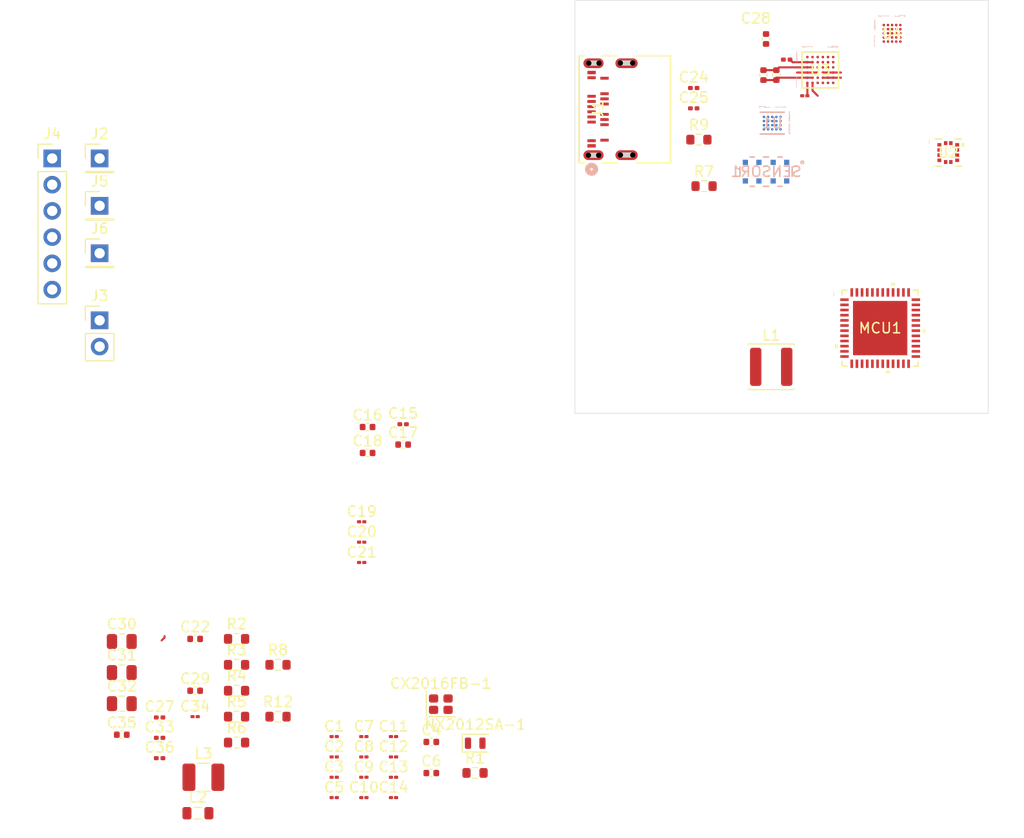
<source format=kicad_pcb>
(kicad_pcb (version 20241229) (generator "pcbnew") (generator_version "9.0")
  (layers (0 "F.Cu" signal) (4 "In1.Cu" signal) (6 "In2.Cu" signal) (2 "B.Cu" jumper) (13 "F.Paste" user) (15 "B.Paste" user) (5 "F.SilkS" user "F.Silkscreen") (7 "B.SilkS" user "B.Silkscreen") (1 "F.Mask" user) (3 "B.Mask" user) (25 "Edge.Cuts" user))
  (net 0 "")
  (net 1 "/V_{D}")
  (net 2 "GNDREF")
  (net 3 "Net-(MCU1A-VDDR)")
  (net 4 "Net-(MCU1A-DCOUPL)")
  (net 5 "/CC2674R10/RESET")
  (net 6 "Net-(MCU1A-K32X_Q1)")
  (net 7 "Net-(MCU1A-K32X_Q2)")
  (net 8 "Net-(MCU1A-X48M_P)")
  (net 9 "Net-(MCU1A-X48M_N)")
  (net 10 "Net-(U1-VREF)")
  (net 11 "/V_{LED}")
  (net 12 "/V_{A}")
  (net 13 "Net-(U2-VREG_OUT1)")
  (net 14 "/V_{2.0}")
  (net 15 "/Power Management ICs/BAT+")
  (net 16 "/V_{BUS}")
  (net 17 "Net-(U3-VDD)")
  (net 18 "Net-(U3-PVL)")
  (net 19 "Net-(C26-Pad2)")
  (net 20 "Net-(U3-BST)")
  (net 21 "/Power Management ICs/CHG_OUT")
  (net 22 "Net-(C34-Pad1)")
  (net 23 "Net-(U4A-BST)")
  (net 24 "Net-(C37-Pad2)")
  (net 26 "/Power Management ICs/DP")
  (net 28 "/Power Management ICs/DN")
  (net 29 "/CC2")
  (net 30 "/CC1")
  (net 31 "/Power Management ICs/THM+")
  (net 32 "/CC2674R10/JTAG_{TCKC}")
  (net 33 "/MCU_DIO16")
  (net 34 "/CC2674R10/JTAG_{TMSC}")
  (net 35 "/CC2674R10/RF_{P}")
  (net 36 "/CC2674R10/RF_{N}")
  (net 37 "Net-(MCU1A-DCDC_SW)")
  (net 38 "Net-(U4A-LXA)")
  (net 39 "/MCU_DIO13")
  (net 40 "/MCU_DIO17")
  (net 41 "/MCU_DIO11")
  (net 42 "/MCU_DIO30")
  (net 43 "/MCU_DIO9")
  (net 44 "/MCU_DIO29")
  (net 45 "/MCU_DIO28")
  (net 46 "/MCU_DIO1")
  (net 47 "/MCU_DIO15")
  (net 48 "/MCU_DIO22")
  (net 49 "/MCU_DIO8")
  (net 50 "/MCU_DIO26")
  (net 51 "/MCU_DIO7")
  (net 52 "/MCU_DIO20")
  (net 53 "/MCU_DIO18")
  (net 54 "/MCU_DIO3")
  (net 55 "/MCU_DIO21")
  (net 56 "/MCU_DIO5")
  (net 57 "/MCU_DIO19")
  (net 58 "/MCU_DIO2")
  (net 59 "/MCU_DIO4")
  (net 60 "/MCU_DIO25")
  (net 61 "/MCU_DIO10")
  (net 62 "/MCU_DIO14")
  (net 63 "/MCU_DIO27")
  (net 64 "/MCU_DIO24")
  (net 65 "/MCU_DIO23")
  (net 66 "/MCU_DIO6")
  (net 67 "/MCU_DIO12")
  (net 68 "/MCU_DIO0")
  (net 69 "Net-(U4A-RSET_IPK)")
  (net 70 "Net-(U4A-RSET_SBB2)")
  (net 71 "Net-(U4A-RSET_SBB1)")
  (net 72 "Net-(U4A-RSET_SBB0)")
  (net 73 "Net-(U4A-RSET_LDO)")
  (net 74 "/CHG_EN")
  (net 75 "Net-(U3-CSP)")
  (net 76 "/CHG_INT")
  (net 77 "Net-(U4A-EN0)")
  (net 78 "/LED_CATHODE0")
  (net 79 "/LED_CATHODE1")
  (net 80 "/PD1")
  (net 81 "/LED_CATHODE2")
  (footprint "Capacitor_SMD:C_0201_0603Metric" (layer "F.Cu") (at 79.803447 105.46)
    (property "Reference" "C27")
    (property "Value" "2.2uF")
  )
  (footprint "Capacitor_SMD:C_01005_0402Metric" (layer "F.Cu") (at 96.703447 113.22)
    (property "Reference" "C5")
    (property "Value" "100nF")
  )
  (footprint "Capacitor_SMD:C_0201_0603Metric" (layer "F.Cu") (at 140.5 41.75 180)
    (property "Reference" "C23" (hide yes))
    (property "Value" "2.2uF")
  )
  (footprint "Capacitor_SMD:C_0402_1005Metric" (layer "F.Cu") (at 76.143447 107.13)
    (property "Reference" "C35")
    (property "Value" "22uF")
  )
  (footprint "Capacitor_SMD:C_0201_0603Metric" (layer "F.Cu") (at 103.373447 77.06)
    (property "Reference" "C15")
    (property "Value" "1uF")
  )
  (footprint "Capacitor_SMD:C_0402_1005Metric" (layer "F.Cu") (at 99.933447 77.33)
    (property "Reference" "C16")
    (property "Value" "10uF")
  )
  (footprint "Project-Symbols:CC2647R106T0RGZR" (layer "F.Cu") (at 149.5456 67.750315)
    (property "Reference" "MCU1")
    (property "Value" "CC2674R106T0RGZR")
  )
  (footprint "Capacitor_SMD:C_01005_0402Metric" (layer "F.Cu") (at 102.443447 111.25)
    (property "Reference" "C13")
    (property "Value" "10pF")
  )
  (footprint "Resistor_SMD:R_0603_1608Metric" (layer "F.Cu") (at 132.5 54)
    (property "Reference" "R7")
    (property "Value" "10k")
  )
  (footprint "Resistor_SMD:R_0603_1608Metric" (layer "F.Cu") (at 132 49.5)
    (property "Reference" "R9")
    (property "Value" "10k")
  )
  (footprint "Crystal:Crystal_SMD_2016-4Pin_2.0x1.6mm" (layer "F.Cu") (at 107.023447 104.17)
    (property "Reference" "CX2016FB-1")
    (property "Value" "48MHz")
  )
  (footprint "Resistor_SMD:R_0603_1608Metric" (layer "F.Cu") (at 91.263447 105.38)
    (property "Reference" "R12")
    (property "Value" "0")
  )
  (footprint "Connector_PinHeader_2.54mm:PinHeader_1x01_P2.54mm_Vertical" (layer "F.Cu") (at 74 51.32)
    (property "Reference" "J2")
    (property "Value" "BAT+_PAD")
  )
  (footprint "Connector_PinHeader_2.54mm:PinHeader_1x01_P2.54mm_Vertical" (layer "F.Cu") (at 74 55.91)
    (property "Reference" "J5")
    (property "Value" "RFP_PAD")
  )
  (footprint "Capacitor_SMD:C_01005_0402Metric" (layer "F.Cu") (at 99.363447 88.48)
    (property "Reference" "C20")
    (property "Value" "100nF")
  )
  (footprint "Capacitor_SMD:C_0402_1005Metric" (layer "F.Cu") (at 83.243447 97.85)
    (property "Reference" "C22")
    (property "Value" "10uF")
  )
  (footprint "Project-Symbols:ADXL366BCCZ-RL7" (layer "F.Cu") (at 156.1364 50.749999)
    (property "Reference" "U2")
    (property "Value" "ADXL366BCCZ-RL7")
  )
  (footprint "Capacitor_SMD:C_01005_0402Metric" (layer "F.Cu") (at 99.573447 107.31)
    (property "Reference" "C7")
    (property "Value" "100nF")
  )
  (footprint "Capacitor_SMD:C_01005_0402Metric" (layer "F.Cu") (at 99.573447 111.25)
    (property "Reference" "C9")
    (property "Value" "100nF")
  )
  (footprint "Resistor_SMD:R_0603_1608Metric" (layer "F.Cu") (at 87.253447 97.85)
    (property "Reference" "R2")
    (property "Value" "14k")
  )
  (footprint "Project-Symbols:MAX77972EWX+T" (layer "F.Cu") (at 143.75 42.75)
    (property "Reference" "U3")
    (property "Value" "MAX77972EWX+T")
  )
  (footprint "Inductor_SMD:L_0805_2012Metric" (layer "F.Cu") (at 83.513447 114.73)
    (property "Reference" "L2")
    (property "Value" "1uF")
  )
  (footprint "Resistor_SMD:R_0603_1608Metric" (layer "F.Cu") (at 87.253447 107.89)
    (property "Reference" "R6")
    (property "Value" "80.6k")
  )
  (footprint "Capacitor_SMD:C_01005_0402Metric" (layer "F.Cu") (at 102.443447 113.22)
    (property "Reference" "C14")
    (property "Value" "10pF")
  )
  (footprint "Resistor_SMD:R_0603_1608Metric" (layer "F.Cu") (at 87.253447 102.87)
    (property "Reference" "R4")
    (property "Value" "28k")
  )
  (footprint "Capacitor_SMD:C_01005_0402Metric" (layer "F.Cu") (at 102.443447 107.31)
    (property "Reference" "C11")
    (property "Value" "10pF")
  )
  (footprint "Connector_PinHeader_2.54mm:PinHeader_1x06_P2.54mm_Vertical" (layer "F.Cu") (at 69.41 51.32)
    (property "Reference" "J4")
    (property "Value" "JTAG_HEADER")
  )
  (footprint "Capacitor_SMD:C_0201_0603Metric" (layer "F.Cu") (at 79.803447 109.4)
    (property "Reference" "C36")
    (property "Value" "1uF")
  )
  (footprint "Resistor_SMD:R_0603_1608Metric" (layer "F.Cu") (at 91.263447 100.36)
    (property "Reference" "R8")
    (property "Value" "10m")
  )
  (footprint "Capacitor_SMD:C_0805_2012Metric" (layer "F.Cu") (at 76.143447 101.11)
    (property "Reference" "C31")
    (property "Value" "40uF")
  )
  (footprint "Capacitor_SMD:C_0402_1005Metric" (layer "F.Cu") (at 99.933447 79.84)
    (property "Reference" "C18")
    (property "Value" "10uF")
  )
  (footprint "Capacitor_SMD:C_01005_0402Metric" (layer "F.Cu") (at 96.703447 109.28)
    (property "Reference" "C2")
    (property "Value" "100nF")
  )
  (footprint "Capacitor_SMD:C_0201_0603Metric" (layer "F.Cu") (at 131.5 44.5)
    (property "Reference" "C24")
    (property "Value" "2.2uF")
  )
  (footprint "Project-Symbols:CONN16_203615_MOL" (layer "F.Cu") (at 124.832601 46.550047 90)
    (property "Reference" "J1")
    (property "Value" "USBC")
    (fp_line (start -4.461047 -2.532654) (end -4.461047 -3.523254) (stroke (width 0.508)) (layer "Edge.Cuts"))
    (fp_line (start 4.458112 -2.498481) (end 4.458112 -3.489081) (stroke (width 0.508)) (layer "Edge.Cuts"))
    (fp_line (start 4.469503 0.758428) (end 4.469503 -0.435372) (stroke (width 0.508)) (layer "Edge.Cuts"))
    (fp_line (start -4.438265 0.769819) (end -4.438265 -0.423981) (stroke (width 0.508)) (layer "Edge.Cuts"))
  )
  (footprint "Capacitor_SMD:C_01005_0402Metric" (layer "F.Cu") (at 96.703447 111.25)
    (property "Reference" "C3")
    (property "Value" "100nF")
  )
  (footprint "Inductor_SMD:L_Pulse_PA4332" (layer "F.Cu") (at 139 71.5)
    (property "Reference" "L1")
    (property "Value" "6.8uH")
  )
  (footprint "Capacitor_SMD:C_0402_1005Metric" (layer "F.Cu") (at 83.243447 102.87)
    (property "Reference" "C29")
    (property "Value" "10uF")
  )
  (footprint "Capacitor_SMD:C_0402_1005Metric" (layer "F.Cu") (at 106.103447 110.84)
    (property "Reference" "C6")
    (property "Value" "22uF")
  )
  (footprint "Capacitor_SMD:C_0402_1005Metric" (layer "F.Cu") (at 138.5 39.75 -90)
    (property "Reference" "C28")
    (property "Value" "10uF")
  )
  (footprint "Capacitor_SMD:C_01005_0402Metric" (layer "F.Cu") (at 99.573447 109.28)
    (property "Reference" "C8")
    (property "Value" "100nF")
  )
  (footprint "Capacitor_SMD:C_0201_0603Metric" (layer "F.Cu") (at 79.803447 107.43)
    (property "Reference" "C33")
    (property "Value" "1uF")
  )
  (footprint "Capacitor_SMD:C_01005_0402Metric" (layer "F.Cu") (at 102.443447 109.28)
    (property "Reference" "C12")
    (property "Value" "10pF")
  )
  (footprint "Capacitor_SMD:C_01005_0402Metric" (layer "F.Cu") (at 83.243447 105.38)
    (property "Reference" "C34")
    (property "Value" "10nF")
  )
  (footprint "Capacitor_SMD:C_0402_1005Metric" (layer "F.Cu") (at 139.5 43.25 90)
    (property "Reference" "C37" (hide yes))
    (property "Value" "10uF")
  )
  (footprint "Capacitor_SMD:C_0201_0603Metric" (layer "F.Cu") (at 131.5 46.47)
    (property "Reference" "C25")
    (property "Value" "2.2uF")
  )
  (footprint "Project-Symbols:MAX77642ANA+T" (layer "F.Cu") (at 150.6999 39.1999)
    (property "Reference" "U4")
    (property "Value" "MAX77642ANA+T")
  )
  (footprint "Capacitor_SMD:C_0805_2012Metric" (layer "F.Cu") (at 76.143447 104.12)
    (property "Reference" "C32")
    (property "Value" "40uF")
  )
  (footprint "Capacitor_SMD:C_01005_0402Metric" (layer "F.Cu") (at 99.573447 113.22)
    (property "Reference" "C10")
    (property "Value" "100nF")
  )
  (footprint "Capacitor_SMD:C_0402_1005Metric" (layer "F.Cu") (at 103.373447 79.03)
    (property "Reference" "C17")
    (property "Value" "100nF")
  )
  (footprint "Connector_PinHeader_2.54mm:PinHeader_1x01_P2.54mm_Vertical" (layer "F.Cu") (at 74 60.5)
    (property "Reference" "J6")
    (property "Value" "RFN_PAD")
  )
  (footprint "Resistor_SMD:R_0603_1608Metric" (layer "F.Cu") (at 87.253447 105.38)
    (property "Reference" "R5")
    (property "Value" "56.2k")
  )
  (footprint "Capacitor_SMD:C_0805_2012Metric" (layer "F.Cu") (at 76.143447 98.1)
    (property "Reference" "C30")
    (property "Value" "40uF")
  )
  (footprint "Resistor_SMD:R_0603_1608Metric" (layer "F.Cu") (at 110.333447 110.83)
    (property "Reference" "R1")
    (property "Value" "100k")
  )
  (footprint "Capacitor_SMD:C_0402_1005Metric" (layer "F.Cu") (at 106.103447 107.83)
    (property "Reference" "C4")
    (property "Value" "22uF")
  )
  (footprint "Inductor_SMD:L_1210_3225Metric" (layer "F.Cu") (at 84.043447 111.25)
    (property "Reference" "L3")
    (property "Value" "2.2uH")
  )
  (footprint "Capacitor_SMD:C_01005_0402Metric" (layer "F.Cu") (at 142.25 45.25 180)
    (property "Reference" "C26" (hide yes))
    (property "Value" "100nF")
  )
  (footprint "Capacitor_SMD:C_01005_0402Metric" (layer "F.Cu") (at 96.703447 107.31)
    (property "Reference" "C1")
    (property "Value" "100nF")
  )
  (footprint "Resistor_SMD:R_0603_1608Metric" (layer "F.Cu") (at 87.253447 100.36)
    (property "Reference" "R3")
    (property "Value" "133k")
  )
  (footprint "Capacitor_SMD:C_0402_1005Metric" (layer "F.Cu") (at 138.25 43.25 90)
    (property "Reference" "C38" (hide yes))
    (property "Value" "22uF")
  )
  (footprint "Crystal:Crystal_SMD_2012-2Pin_2.0x1.2mm" (layer "F.Cu") (at 110.353447 107.95)
    (property "Reference" "NX2012SA-1")
    (property "Value" "32.768 kHz")
  )
  (footprint "Connector_PinHeader_2.54mm:PinHeader_1x02_P2.54mm_Vertical" (layer "F.Cu") (at 74 67)
    (property "Reference" "J3")
    (property "Value" "THERMISTOR")
  )
  (footprint "Capacitor_SMD:C_01005_0402Metric" (layer "F.Cu") (at 99.363447 90.45)
    (property "Reference" "C21")
    (property "Value" "100nF")
  )
  (footprint "Capacitor_SMD:C_01005_0402Metric" (layer "F.Cu") (at 99.363447 86.51)
    (property "Reference" "C19")
    (property "Value" "200nF")
  )
  (footprint "Project-Symbols:MAX86140ENP+T" (layer "B.Cu") (at 139.1 47.9 180)
    (property "Reference" "U1")
    (property "Value" "MAX86140ENP+T")
  )
  (footprint "Project-Symbols:SFH 7050A_OSM" (layer "B.Cu") (at 138.499999 52.599999 180)
    (property "Reference" "SENSOR1")
    (property "Value" "SFH7050")
  )
  (gr_rect (start 120 36) (end 160 76) (stroke (width 0.05)) (fill no) (layer "Edge.Cuts"))
  (segment (start 121.664993 49.550054) (end 121.615 49.600047) (width 0.2) (layer "F.Cu") (net 2))
  (segment (start 139.5 43.5) (end 139.27 43.73) (width 0.2) (layer "F.Cu") (net 2))
  (segment (start 121.664993 43.55004) (end 121.615 43.500047) (width 0.2) (layer "F.Cu") (net 2))
  (segment (start 139.5 43.5) (end 143 43.5) (width 0.2) (layer "F.Cu") (net 2))
  (segment (start 139.27 43.73) (end 138.25 43.73) (width 0.2) (layer "F.Cu") (net 2))
  (segment (start 121.615008 49.600055) (end 121.615 49.600047) (width 0.2) (layer "F.Cu") (net 2))
  (segment (start 80.283447 97.716553) (end 80 98) (width 0.2) (layer "F.Cu") (net 2))
  (segment (start 139.5 43.73) (end 139.5 43.5) (width 0.2) (layer "F.Cu") (net 2))
  (segment (start 80.283447 97.716553) (end 80.283447 97.58) (width 0.2) (layer "F.Cu") (net 2))
  (segment (start 121.615008 43.500039) (end 121.615 43.500047) (width 0.2) (layer "F.Cu") (net 2))
  (segment (start 141.07 42) (end 140.82 41.75) (width 0.2) (layer "F.Cu") (net 16))
  (segment (start 143 42) (end 141.07 42) (width 0.2) (layer "F.Cu") (net 16))
  (segment (start 143 44.75) (end 143.5 45.25) (width 0.2) (layer "F.Cu") (net 18))
  (segment (start 143 44) (end 143 44.75) (width 0.2) (layer "F.Cu") (net 18))
  (segment (start 143.5 43) (end 141.5 43) (width 0.2) (layer "F.Cu") (net 19))
  (segment (start 142.5 44) (end 142.5 45.25) (width 0.2) (layer "F.Cu") (net 20))
  (segment (start 144 43.5) (end 145.75 43.5) (width 0.2) (layer "F.Cu") (net 21))
  (segment (start 143 42.5) (end 139.77 42.5) (width 0.2) (layer "F.Cu") (net 24))
  (segment (start 139.5 42.77) (end 138.25 42.77) (width 0.2) (layer "F.Cu") (net 24))
  (segment (start 139.77 42.5) (end 139.5 42.77) (width 0.2) (layer "F.Cu") (net 24))
  (segment (start 144 43) (end 145.75 43) (width 0.2) (layer "F.Cu") (net 75))
)
</source>
